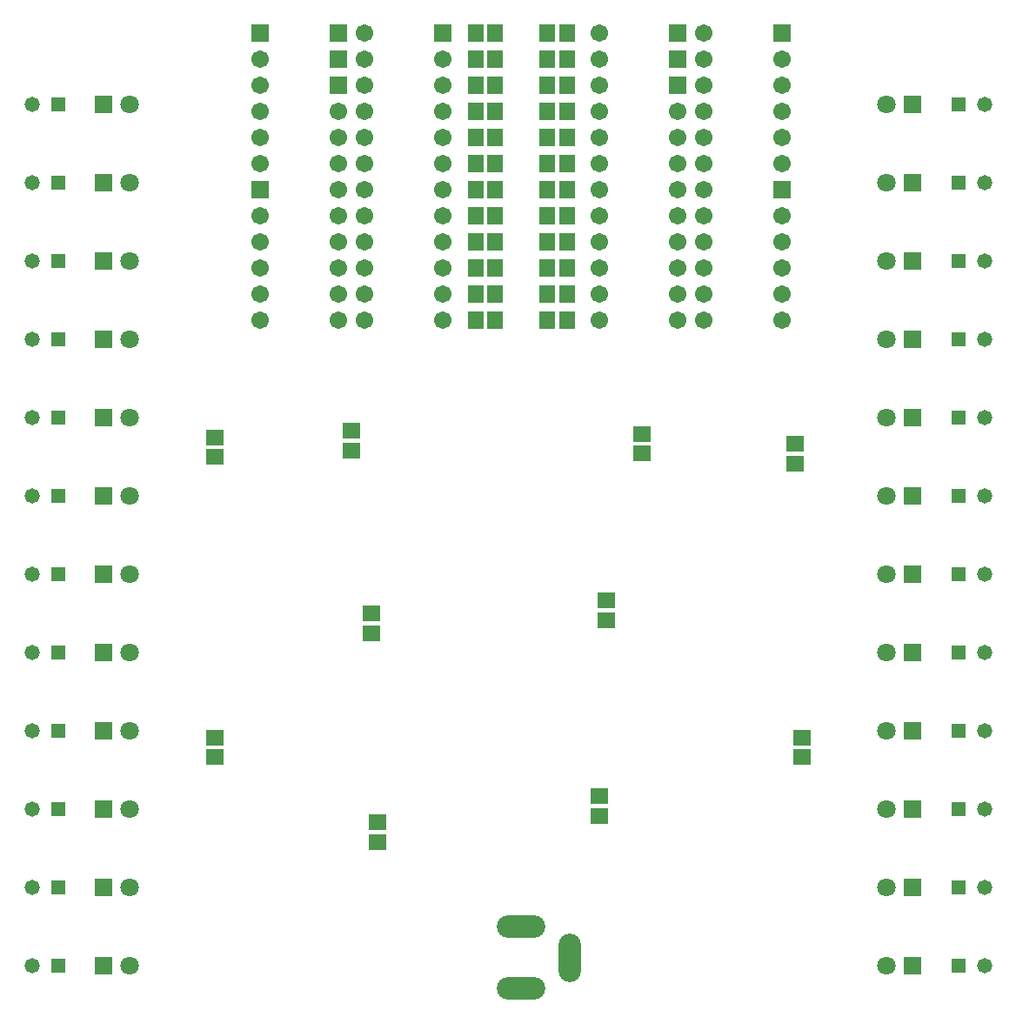
<source format=gbs>
G04 DipTrace 2.3.1.0*
%INLOGICCOMP.GBS*%
%MOMM*%
%ADD38O,2.203X4.703*%
%ADD40O,4.703X2.203*%
%ADD42R,1.703X1.503*%
%ADD44R,1.503X1.703*%
%ADD46C,1.803*%
%ADD48R,1.803X1.803*%
%ADD52R,1.473X1.473*%
%ADD54C,1.473*%
%ADD56C,1.703*%
%ADD58R,1.703X1.703*%
%FSLAX53Y53*%
G04*
G71*
G90*
G75*
G01*
%LNBotMask*%
%LPD*%
D58*
X53188Y105893D3*
D56*
Y103353D3*
Y100813D3*
Y98273D3*
Y95733D3*
Y93193D3*
Y90653D3*
Y88113D3*
Y85573D3*
Y83033D3*
Y80493D3*
Y77953D3*
X68428D3*
Y80493D3*
Y83033D3*
Y85573D3*
Y88113D3*
Y90653D3*
Y93193D3*
Y95733D3*
Y98273D3*
Y100813D3*
Y103353D3*
Y105893D3*
D54*
X13183Y15088D3*
D52*
X15723D3*
D54*
X13183Y22708D3*
D52*
X15723D3*
D54*
X13183Y30328D3*
D52*
X15723D3*
D54*
X13183Y37948D3*
D52*
X15723D3*
D54*
X13183Y45568D3*
D52*
X15723D3*
D54*
X13183Y53188D3*
D52*
X15723D3*
D54*
X13183Y60808D3*
D52*
X15723D3*
D54*
X13183Y68428D3*
D52*
X15723D3*
D54*
X13183Y76048D3*
D52*
X15723D3*
D54*
X13183Y83668D3*
D52*
X15723D3*
D54*
X13183Y91288D3*
D52*
X15723D3*
D54*
X13183Y98908D3*
D52*
X15723D3*
D54*
X105893Y15088D3*
D52*
X103353D3*
D54*
X105893Y22708D3*
D52*
X103353D3*
D54*
X105893Y30328D3*
D52*
X103353D3*
D54*
X105893Y37948D3*
D52*
X103353D3*
D54*
X105893Y45568D3*
D52*
X103353D3*
D54*
X105893Y53188D3*
D52*
X103353D3*
D54*
X105893Y60808D3*
D52*
X103353D3*
D54*
X105893Y68428D3*
D52*
X103353D3*
D54*
X105893Y76048D3*
D52*
X103353D3*
D54*
X105893Y83668D3*
D52*
X103353D3*
D54*
X105893Y91288D3*
D52*
X103353D3*
D54*
X105893Y98908D3*
D52*
X103353D3*
D48*
X20168Y15088D3*
D46*
X22708D3*
D48*
X20168Y22708D3*
D46*
X22708D3*
D48*
X20168Y30328D3*
D46*
X22708D3*
D48*
X20168Y37948D3*
D46*
X22708D3*
D48*
X20168Y45568D3*
D46*
X22708D3*
D48*
X20168Y53188D3*
D46*
X22708D3*
D48*
X20168Y60808D3*
D46*
X22708D3*
D48*
X20168Y68428D3*
D46*
X22708D3*
D48*
X20168Y76048D3*
D46*
X22708D3*
D48*
X20168Y83668D3*
D46*
X22708D3*
D48*
X20168Y91288D3*
D46*
X22708D3*
D48*
X20168Y98908D3*
D46*
X22708D3*
D48*
X98908D3*
D46*
X96368D3*
D48*
X98908Y91288D3*
D46*
X96368D3*
D48*
X98908Y83668D3*
D46*
X96368D3*
D48*
X98908Y76048D3*
D46*
X96368D3*
D48*
X98908Y68428D3*
D46*
X96368D3*
D48*
X98908Y60808D3*
D46*
X96368D3*
D48*
X98908Y53188D3*
D46*
X96368D3*
D58*
X76048Y100813D3*
D56*
Y98273D3*
Y95733D3*
Y93193D3*
Y90653D3*
Y88113D3*
Y85573D3*
Y83033D3*
Y80493D3*
Y77953D3*
X78588Y100813D3*
Y98273D3*
Y95733D3*
Y93193D3*
Y90653D3*
Y88113D3*
Y85573D3*
Y83033D3*
Y80493D3*
Y77953D3*
D58*
X43028Y100813D3*
D56*
Y98273D3*
Y95733D3*
Y93193D3*
Y90653D3*
Y88113D3*
Y85573D3*
Y83033D3*
Y80493D3*
Y77953D3*
X45568Y100813D3*
Y98273D3*
Y95733D3*
Y93193D3*
Y90653D3*
Y88113D3*
Y85573D3*
Y83033D3*
Y80493D3*
Y77953D3*
D58*
X76048Y103353D3*
D56*
X78588D3*
D58*
X76048Y105893D3*
D56*
X78588D3*
D58*
X43028Y103353D3*
D56*
X45568D3*
D58*
X43028Y105893D3*
D56*
X45568D3*
D58*
X35408Y90653D3*
D56*
Y88113D3*
Y85573D3*
Y83033D3*
Y80493D3*
Y77953D3*
D58*
Y105893D3*
D56*
Y103353D3*
Y100813D3*
Y98273D3*
Y95733D3*
Y93193D3*
D58*
X86208Y90653D3*
D56*
Y88113D3*
Y85573D3*
Y83033D3*
Y80493D3*
Y77953D3*
D58*
Y105893D3*
D56*
Y103353D3*
Y100813D3*
Y98273D3*
Y95733D3*
Y93193D3*
D48*
X98908Y45568D3*
D46*
X96368D3*
D48*
X98908Y37948D3*
D46*
X96368D3*
D48*
X98908Y30328D3*
D46*
X96368D3*
D48*
X98908Y22708D3*
D46*
X96368D3*
D48*
X98908Y15088D3*
D46*
X96368D3*
D42*
X30963Y66523D3*
Y64623D3*
Y37313D3*
Y35413D3*
X88113Y37313D3*
Y35413D3*
X87478Y65888D3*
Y63988D3*
X44298Y67158D3*
Y65258D3*
X72558Y66837D3*
Y64937D3*
X46203Y49378D3*
Y47478D3*
X69063Y50648D3*
Y48748D3*
X46838Y29058D3*
Y27158D3*
X68428Y31598D3*
Y29698D3*
D44*
X58268Y105893D3*
X56368D3*
X58268Y103353D3*
X56368D3*
X58268Y100813D3*
X56368D3*
X58268Y98273D3*
X56368D3*
X58268Y95733D3*
X56368D3*
X58268Y93193D3*
X56368D3*
X58268Y90653D3*
X56368D3*
X58268Y88113D3*
X56368D3*
X58268Y85573D3*
X56368D3*
X58268Y83033D3*
X56368D3*
X58268Y80493D3*
X56368D3*
X58268Y77953D3*
X56368D3*
X65253D3*
X63353D3*
X65253Y80493D3*
X63353D3*
X65253Y83033D3*
X63353D3*
X65253Y85573D3*
X63353D3*
X65253Y88113D3*
X63353D3*
X65253Y90653D3*
X63353D3*
X65253Y93193D3*
X63353D3*
X65253Y95733D3*
X63353D3*
X65253Y98273D3*
X63353D3*
X65253Y100813D3*
X63353D3*
X65253Y103353D3*
X63353D3*
X65253Y105893D3*
X63353D3*
D40*
X60808Y18898D3*
Y12898D3*
D38*
X65508Y15898D3*
M02*

</source>
